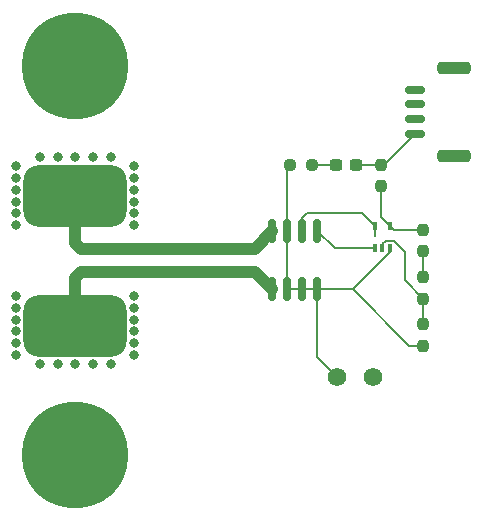
<source format=gbr>
%TF.GenerationSoftware,KiCad,Pcbnew,8.0.8*%
%TF.CreationDate,2025-11-14T22:35:10+01:00*%
%TF.ProjectId,Pomiar pr_du,506f6d69-6172-4207-9072-0564752e6b69,rev?*%
%TF.SameCoordinates,Original*%
%TF.FileFunction,Copper,L1,Top*%
%TF.FilePolarity,Positive*%
%FSLAX46Y46*%
G04 Gerber Fmt 4.6, Leading zero omitted, Abs format (unit mm)*
G04 Created by KiCad (PCBNEW 8.0.8) date 2025-11-14 22:35:10*
%MOMM*%
%LPD*%
G01*
G04 APERTURE LIST*
G04 Aperture macros list*
%AMRoundRect*
0 Rectangle with rounded corners*
0 $1 Rounding radius*
0 $2 $3 $4 $5 $6 $7 $8 $9 X,Y pos of 4 corners*
0 Add a 4 corners polygon primitive as box body*
4,1,4,$2,$3,$4,$5,$6,$7,$8,$9,$2,$3,0*
0 Add four circle primitives for the rounded corners*
1,1,$1+$1,$2,$3*
1,1,$1+$1,$4,$5*
1,1,$1+$1,$6,$7*
1,1,$1+$1,$8,$9*
0 Add four rect primitives between the rounded corners*
20,1,$1+$1,$2,$3,$4,$5,0*
20,1,$1+$1,$4,$5,$6,$7,0*
20,1,$1+$1,$6,$7,$8,$9,0*
20,1,$1+$1,$8,$9,$2,$3,0*%
G04 Aperture macros list end*
%TA.AperFunction,SMDPad,CuDef*%
%ADD10RoundRect,0.237500X0.237500X-0.250000X0.237500X0.250000X-0.237500X0.250000X-0.237500X-0.250000X0*%
%TD*%
%TA.AperFunction,SMDPad,CuDef*%
%ADD11RoundRect,0.237500X-0.237500X0.250000X-0.237500X-0.250000X0.237500X-0.250000X0.237500X0.250000X0*%
%TD*%
%TA.AperFunction,SMDPad,CuDef*%
%ADD12RoundRect,0.237500X0.250000X0.237500X-0.250000X0.237500X-0.250000X-0.237500X0.250000X-0.237500X0*%
%TD*%
%TA.AperFunction,ComponentPad*%
%ADD13C,1.574800*%
%TD*%
%TA.AperFunction,SMDPad,CuDef*%
%ADD14RoundRect,0.150000X0.150000X-0.825000X0.150000X0.825000X-0.150000X0.825000X-0.150000X-0.825000X0*%
%TD*%
%TA.AperFunction,SMDPad,CuDef*%
%ADD15RoundRect,0.100000X0.100000X-0.225000X0.100000X0.225000X-0.100000X0.225000X-0.100000X-0.225000X0*%
%TD*%
%TA.AperFunction,SMDPad,CuDef*%
%ADD16RoundRect,1.300000X-3.075000X1.300000X-3.075000X-1.300000X3.075000X-1.300000X3.075000X1.300000X0*%
%TD*%
%TA.AperFunction,SMDPad,CuDef*%
%ADD17RoundRect,1.300000X-3.075000X-1.300000X3.075000X-1.300000X3.075000X1.300000X-3.075000X1.300000X0*%
%TD*%
%TA.AperFunction,ComponentPad*%
%ADD18C,9.000000*%
%TD*%
%TA.AperFunction,SMDPad,CuDef*%
%ADD19RoundRect,0.237500X-0.300000X-0.237500X0.300000X-0.237500X0.300000X0.237500X-0.300000X0.237500X0*%
%TD*%
%TA.AperFunction,SMDPad,CuDef*%
%ADD20RoundRect,0.150000X-0.700000X0.150000X-0.700000X-0.150000X0.700000X-0.150000X0.700000X0.150000X0*%
%TD*%
%TA.AperFunction,SMDPad,CuDef*%
%ADD21RoundRect,0.250000X-1.150000X0.250000X-1.150000X-0.250000X1.150000X-0.250000X1.150000X0.250000X0*%
%TD*%
%TA.AperFunction,ViaPad*%
%ADD22C,0.800000*%
%TD*%
%TA.AperFunction,ViaPad*%
%ADD23C,0.300000*%
%TD*%
%TA.AperFunction,Conductor*%
%ADD24C,0.200000*%
%TD*%
%TA.AperFunction,Conductor*%
%ADD25C,1.000000*%
%TD*%
G04 APERTURE END LIST*
D10*
%TO.P,R5,1*%
%TO.N,ADC*%
X149900000Y-85712500D03*
%TO.P,R5,2*%
%TO.N,VOUT*%
X149900000Y-83887500D03*
%TD*%
D11*
%TO.P,R2,1*%
%TO.N,ADC*%
X153480000Y-89405000D03*
%TO.P,R2,2*%
%TO.N,Net-(R2-Pad2)*%
X153480000Y-91230000D03*
%TD*%
D12*
%TO.P,R6,1*%
%TO.N,Net-(C1-Pad1)*%
X144012500Y-83900000D03*
%TO.P,R6,2*%
%TO.N,GND 5V*%
X142187500Y-83900000D03*
%TD*%
D13*
%TO.P,J1,1,1*%
%TO.N,+5VDC*%
X149198500Y-101860400D03*
%TO.P,J1,2,2*%
%TO.N,GND 5V*%
X146198501Y-101860400D03*
%TD*%
D11*
%TO.P,R4,1*%
%TO.N,Net-(U2-V-)*%
X153480000Y-97387500D03*
%TO.P,R4,2*%
%TO.N,GND 5V*%
X153480000Y-99212500D03*
%TD*%
D14*
%TO.P,U1,1,-*%
%TO.N,GND 24V*%
X140690000Y-94450000D03*
%TO.P,U1,2,GND*%
%TO.N,GND 5V*%
X141960000Y-94450000D03*
%TO.P,U1,3,REF2*%
X143230000Y-94450000D03*
%TO.P,U1,4,GND*%
X144500000Y-94450000D03*
%TO.P,U1,5*%
%TO.N,Net-(U2-+)*%
X144500000Y-89500000D03*
%TO.P,U1,6,V+*%
%TO.N,+5VDC*%
X143230000Y-89500000D03*
%TO.P,U1,7,REF1*%
%TO.N,GND 5V*%
X141960000Y-89500000D03*
%TO.P,U1,8,+*%
%TO.N,+24VDC*%
X140690000Y-89500000D03*
%TD*%
D15*
%TO.P,U2,1,+*%
%TO.N,Net-(U2-+)*%
X149350000Y-90950000D03*
%TO.P,U2,2,V-*%
%TO.N,Net-(U2-V-)*%
X150000000Y-90950000D03*
%TO.P,U2,3,-*%
%TO.N,GND 5V*%
X150650000Y-90950000D03*
%TO.P,U2,4*%
%TO.N,ADC*%
X150650000Y-89050000D03*
%TO.P,U2,5,V+*%
%TO.N,+5VDC*%
X149350000Y-89050000D03*
%TD*%
D16*
%TO.P,R1,1*%
%TO.N,+24VDC*%
X124000000Y-86500000D03*
D17*
%TO.P,R1,2*%
%TO.N,GND 24V*%
X124000000Y-97500000D03*
D18*
%TO.P,R1,3*%
%TO.N,N/C*%
X124000000Y-75500000D03*
%TO.P,R1,4*%
X124000000Y-108500000D03*
%TD*%
D19*
%TO.P,C1,1*%
%TO.N,Net-(C1-Pad1)*%
X146037500Y-83900000D03*
%TO.P,C1,2*%
%TO.N,VOUT*%
X147762500Y-83900000D03*
%TD*%
D11*
%TO.P,R3,1*%
%TO.N,Net-(R2-Pad2)*%
X153480000Y-93387500D03*
%TO.P,R3,2*%
%TO.N,Net-(U2-V-)*%
X153480000Y-95212500D03*
%TD*%
D20*
%TO.P,REF\u002A\u002A,1*%
%TO.N,N/C*%
X152750000Y-77525000D03*
%TO.P,REF\u002A\u002A,2*%
X152750000Y-78775000D03*
%TO.P,REF\u002A\u002A,3*%
X152750000Y-80025000D03*
%TO.P,REF\u002A\u002A,4*%
%TO.N,VOUT*%
X152750000Y-81275000D03*
D21*
%TO.P,REF\u002A\u002A,MP*%
%TO.N,N/C*%
X156100000Y-75675000D03*
X156100000Y-83125000D03*
%TD*%
D22*
%TO.N,*%
X129000000Y-89000000D03*
X119000000Y-88000000D03*
X129000000Y-85000000D03*
X119000000Y-89000000D03*
X129000000Y-88000000D03*
X119000000Y-87000000D03*
X129000000Y-87000000D03*
X119000000Y-84000000D03*
X125500000Y-100750000D03*
X122500000Y-83250000D03*
X119000000Y-86000000D03*
X119000000Y-97000000D03*
X128994549Y-86000000D03*
X129000000Y-95000000D03*
X129000000Y-99000000D03*
X125500000Y-83250000D03*
X129000000Y-98000000D03*
X128994549Y-97000000D03*
X124000000Y-83250000D03*
X129000000Y-100000000D03*
X124000000Y-100750000D03*
X119000000Y-95000000D03*
X122500000Y-100750000D03*
X119000000Y-100000000D03*
X129000000Y-96000000D03*
X127000000Y-83250000D03*
X121000000Y-100750000D03*
X119000000Y-85000000D03*
X119000000Y-96000000D03*
X119000000Y-98000000D03*
X119000000Y-99000000D03*
X127000000Y-100750000D03*
X121000000Y-83250000D03*
X129000000Y-84000000D03*
D23*
%TO.N,+5VDC*%
X149400000Y-89900000D03*
%TD*%
D24*
%TO.N,GND 5V*%
X141960000Y-84127500D02*
X142187500Y-83900000D01*
X144500000Y-94450000D02*
X147474999Y-94450000D01*
X141960000Y-89500000D02*
X141960000Y-84127500D01*
X147474999Y-94450000D02*
X152237499Y-99212500D01*
X152237499Y-99212500D02*
X153480000Y-99212500D01*
X150650000Y-91274999D02*
X150650000Y-90950000D01*
X144500000Y-94450000D02*
X144500000Y-100161899D01*
X144500000Y-100161899D02*
X146198501Y-101860400D01*
X143230000Y-94450000D02*
X141960000Y-94450000D01*
X141960000Y-89500000D02*
X141960000Y-94450000D01*
X147474999Y-94450000D02*
X150650000Y-91274999D01*
X143230000Y-94450000D02*
X144500000Y-94450000D01*
%TO.N,+5VDC*%
X149350000Y-89050000D02*
X149350000Y-89850000D01*
X149350000Y-89850000D02*
X149400000Y-89900000D01*
X143230000Y-88370000D02*
X143600000Y-88000000D01*
X148300000Y-88000000D02*
X149350000Y-89050000D01*
X143230000Y-89500000D02*
X143230000Y-88370000D01*
X143600000Y-88000000D02*
X148300000Y-88000000D01*
D25*
%TO.N,GND 24V*%
X124000000Y-97500000D02*
X124000000Y-93500000D01*
X124000000Y-93500000D02*
X124500000Y-93000000D01*
X124500000Y-93000000D02*
X139240000Y-93000000D01*
X139240000Y-93000000D02*
X140690000Y-94450000D01*
%TO.N,+24VDC*%
X124000000Y-90500000D02*
X124500000Y-91000000D01*
X124000000Y-86500000D02*
X124000000Y-90500000D01*
X124500000Y-91000000D02*
X139190000Y-91000000D01*
X139190000Y-91000000D02*
X140690000Y-89500000D01*
D24*
%TO.N,Net-(R2-Pad2)*%
X153480000Y-93387500D02*
X153480000Y-91230000D01*
%TO.N,ADC*%
X149900000Y-88300000D02*
X150650000Y-89050000D01*
X149900000Y-85712500D02*
X149900000Y-88300000D01*
X150650000Y-89050000D02*
X151005000Y-89405000D01*
X151005000Y-89405000D02*
X153480000Y-89405000D01*
%TO.N,Net-(U2-V-)*%
X151940000Y-93672500D02*
X153480000Y-95212500D01*
X150000000Y-90950000D02*
X150000000Y-90625001D01*
X151025000Y-90325000D02*
X151940000Y-91240000D01*
X153480000Y-97387500D02*
X153480000Y-95212500D01*
X150000000Y-90625001D02*
X150300001Y-90325000D01*
X150300001Y-90325000D02*
X151025000Y-90325000D01*
X151940000Y-91240000D02*
X151940000Y-93672500D01*
%TO.N,Net-(U2-+)*%
X145950000Y-90950000D02*
X149350000Y-90950000D01*
X144500000Y-89500000D02*
X145950000Y-90950000D01*
%TO.N,VOUT*%
X147762500Y-83900000D02*
X149887500Y-83900000D01*
X152750000Y-81275000D02*
X150137500Y-83887500D01*
X150137500Y-83887500D02*
X149900000Y-83887500D01*
X149887500Y-83900000D02*
X149900000Y-83887500D01*
%TO.N,Net-(C1-Pad1)*%
X144012500Y-83900000D02*
X146037500Y-83900000D01*
%TD*%
M02*

</source>
